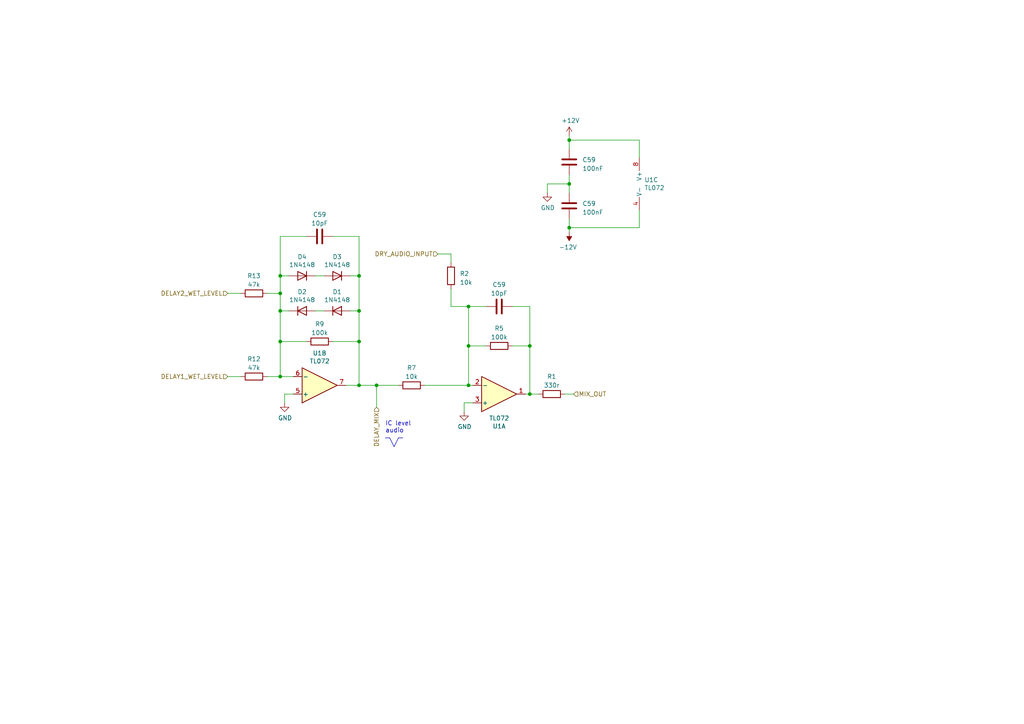
<source format=kicad_sch>
(kicad_sch (version 20230121) (generator eeschema)
  (paper "A4")
  (title_block (date "2022-03-04") (rev "v05") (comment 2 "creativecommons.org/licenses/by/4.0/") (comment 3 "License: CC BY 4.0") (comment 4 "Author: Guy John"))
  (lib_symbols
    (symbol "Amplifier_Operational:TL072" (pin_names (offset 0.127))
      (property "Reference" "U" (at 0 5.08 0))
      (property "Value" "TL072" (at 0 -5.08 0))
      (symbol "TL072_1_1"
        (polyline (pts (xy -5.08 5.08) (xy 5.08 0) (xy -5.08 -5.08) (xy -5.08 5.08)) (stroke (width 0.254)) (fill (type background)))
        (pin output line (at 7.62 0 180) (length 2.54) (name "~") (number "1"))
        (pin input line (at -7.62 -2.54 0) (length 2.54) (name "-") (number "2"))
        (pin input line (at -7.62 2.54 0) (length 2.54) (name "+") (number "3"))
      )
      (symbol "TL072_2_1"
        (polyline (pts (xy -5.08 5.08) (xy 5.08 0) (xy -5.08 -5.08) (xy -5.08 5.08)) (stroke (width 0.254)) (fill (type background)))
        (pin input line (at -7.62 2.54 0) (length 2.54) (name "+") (number "5"))
        (pin input line (at -7.62 -2.54 0) (length 2.54) (name "-") (number "6"))
        (pin output line (at 7.62 0 180) (length 2.54) (name "~") (number "7"))
      )
      (symbol "TL072_3_1"
        (pin power_in line (at -2.54 -7.62 90) (length 3.81) (name "V-") (number "4"))
        (pin power_in line (at -2.54 7.62 270) (length 3.81) (name "V+") (number "8"))
      )
    )
    (symbol "Device:D" (pin_numbers hide) (pin_names (offset 1.016) hide)
      (property "Reference" "D" (at 0 2.54 0))
      (property "Value" "D" (at 0 -2.54 0))
      (symbol "D_0_1"
        (polyline (pts (xy -1.27 1.27) (xy -1.27 -1.27)) (stroke (width 0.254)))
        (polyline (pts (xy 1.27 0) (xy -1.27 0)))
        (polyline (pts (xy 1.27 1.27) (xy 1.27 -1.27) (xy -1.27 0) (xy 1.27 1.27)) (stroke (width 0.254)))
      )
      (symbol "D_1_1"
        (pin passive line (at -3.81 0 0) (length 2.54) (name "K") (number "1"))
        (pin passive line (at 3.81 0 180) (length 2.54) (name "A") (number "2"))
      )
    )
    (symbol "Rumblesan Standard Parts:C" (pin_numbers hide) (pin_names (offset 0.254) hide)
      (property "Reference" "C?" (at -6.35 0 90))
      (property "Value" "C" (at -3.81 0 90))
      (symbol "C_0_1"
        (polyline (pts (xy -2.032 -0.762) (xy 2.032 -0.762)) (stroke (width 0.508)))
        (polyline (pts (xy -2.032 0.762) (xy 2.032 0.762)) (stroke (width 0.508)))
      )
      (symbol "C_1_1"
        (pin passive line (at 0 3.81 270) (length 2.794) (name "~") (number "1"))
        (pin passive line (at 0 -3.81 90) (length 2.794) (name "~") (number "2"))
      )
    )
    (symbol "Rumblesan Standard Parts:R" (pin_numbers hide) (pin_names (offset 0))
      (property "Reference" "R?" (at -5.08 0 90))
      (property "Value" "R" (at -2.54 0 90))
      (symbol "R_0_1"
        (rectangle (start 1.016 2.54) (end -1.016 -2.54) (stroke (width 0.254)))
      )
      (symbol "R_1_1"
        (pin passive line (at 0 -3.81 90) (length 1.27) (name "~") (number "1"))
        (pin passive line (at 0 3.81 270) (length 1.27) (name "~") (number "2"))
      )
    )
    (symbol "power:+12V" (power) (pin_names (offset 0))
      (property "Value" "+12V" (at 0 3.556 0))
      (symbol "+12V_0_1"
        (polyline (pts (xy -0.762 1.27) (xy 0 2.54)))
        (polyline (pts (xy 0 0) (xy 0 2.54)))
        (polyline (pts (xy 0 2.54) (xy 0.762 1.27)))
      )
      (symbol "+12V_1_1"
        (pin power_in line (at 0 0 90) (length 0) hide (name "+12V") (number "1"))
      )
    )
    (symbol "power:-12V" (power) (pin_names (offset 0))
      (property "Value" "-12V" (at 0 3.81 0))
      (symbol "-12V_0_0"
        (pin power_in line (at 0 0 90) (length 0) hide (name "-12V") (number "1"))
      )
      (symbol "-12V_0_1"
        (polyline (pts (xy 0 0) (xy 0 1.27) (xy 0.762 1.27) (xy 0 2.54) (xy -0.762 1.27) (xy 0 1.27)) (fill (type outline)))
      )
    )
    (symbol "power:GND" (power) (pin_names (offset 0))
      (property "Value" "GND" (at 0 -3.81 0))
      (symbol "GND_0_1"
        (polyline (pts (xy 0 0) (xy 0 -1.27) (xy 1.27 -1.27) (xy 0 -2.54) (xy -1.27 -1.27) (xy 0 -1.27)))
      )
      (symbol "GND_1_1"
        (pin power_in line (at 0 0 270) (length 0) hide (name "GND") (number "1"))
      )
    )
  )
  (junction (at 104.14 90.17))
  (junction (at 104.14 111.76))
  (junction (at 104.14 99.06))
  (junction (at 165.1 40.64))
  (junction (at 153.67 100.33))
  (junction (at 165.1 66.04))
  (junction (at 153.67 114.3))
  (junction (at 81.28 99.06))
  (junction (at 81.28 85.09))
  (junction (at 135.89 111.76))
  (junction (at 109.22 111.76))
  (junction (at 135.89 100.33))
  (junction (at 104.14 80.01))
  (junction (at 81.28 80.01))
  (junction (at 81.28 109.22))
  (junction (at 165.1 53.34))
  (junction (at 81.28 90.17))
  (junction (at 135.89 88.9))
  (wire (pts (xy 135.89 100.33) (xy 135.89 111.76)))
  (wire (pts (xy 82.55 114.3) (xy 82.55 116.84)))
  (wire (pts (xy 104.14 90.17) (xy 104.14 99.06)))
  (wire (pts (xy 81.28 99.06) (xy 81.28 109.22)))
  (wire (pts (xy 130.81 73.66) (xy 130.81 76.2)))
  (wire (pts (xy 96.52 68.58) (xy 104.14 68.58)))
  (wire (pts (xy 165.1 53.34) (xy 165.1 50.8)))
  (wire (pts (xy 109.22 111.76) (xy 109.22 118.11)))
  (wire (pts (xy 66.04 109.22) (xy 69.85 109.22)))
  (wire (pts (xy 165.1 40.64) (xy 165.1 39.37)))
  (polyline (pts (xy 116.84 127) (xy 115.57 127)))
  (wire (pts (xy 77.47 109.22) (xy 81.28 109.22)))
  (wire (pts (xy 104.14 99.06) (xy 104.14 111.76)))
  (wire (pts (xy 81.28 109.22) (xy 85.09 109.22)))
  (wire (pts (xy 85.09 114.3) (xy 82.55 114.3)))
  (polyline (pts (xy 115.57 127) (xy 114.3 129.54)))
  (wire (pts (xy 158.75 53.34) (xy 158.75 55.88)))
  (wire (pts (xy 91.44 90.17) (xy 93.98 90.17)))
  (wire (pts (xy 101.6 90.17) (xy 104.14 90.17)))
  (wire (pts (xy 130.81 73.66) (xy 127 73.66)))
  (wire (pts (xy 81.28 80.01) (xy 83.82 80.01)))
  (wire (pts (xy 81.28 80.01) (xy 81.28 85.09)))
  (wire (pts (xy 109.22 111.76) (xy 115.57 111.76)))
  (wire (pts (xy 81.28 68.58) (xy 81.28 80.01)))
  (wire (pts (xy 130.81 88.9) (xy 135.89 88.9)))
  (wire (pts (xy 185.42 66.04) (xy 185.42 60.96)))
  (wire (pts (xy 152.4 114.3) (xy 153.67 114.3)))
  (polyline (pts (xy 113.03 127) (xy 111.76 127)))
  (wire (pts (xy 153.67 114.3) (xy 153.67 100.33)))
  (wire (pts (xy 165.1 67.31) (xy 165.1 66.04)))
  (wire (pts (xy 153.67 114.3) (xy 156.21 114.3)))
  (wire (pts (xy 91.44 80.01) (xy 93.98 80.01)))
  (wire (pts (xy 165.1 40.64) (xy 185.42 40.64)))
  (wire (pts (xy 165.1 66.04) (xy 165.1 63.5)))
  (wire (pts (xy 165.1 40.64) (xy 165.1 43.18)))
  (wire (pts (xy 137.16 111.76) (xy 135.89 111.76)))
  (wire (pts (xy 83.82 90.17) (xy 81.28 90.17)))
  (wire (pts (xy 77.47 85.09) (xy 81.28 85.09)))
  (wire (pts (xy 123.19 111.76) (xy 135.89 111.76)))
  (wire (pts (xy 163.83 114.3) (xy 166.37 114.3)))
  (wire (pts (xy 137.16 116.84) (xy 134.62 116.84)))
  (wire (pts (xy 140.97 100.33) (xy 135.89 100.33)))
  (wire (pts (xy 158.75 53.34) (xy 165.1 53.34)))
  (wire (pts (xy 135.89 88.9) (xy 140.97 88.9)))
  (wire (pts (xy 88.9 68.58) (xy 81.28 68.58)))
  (wire (pts (xy 135.89 88.9) (xy 135.89 100.33)))
  (wire (pts (xy 66.04 85.09) (xy 69.85 85.09)))
  (wire (pts (xy 185.42 40.64) (xy 185.42 45.72)))
  (wire (pts (xy 165.1 66.04) (xy 185.42 66.04)))
  (wire (pts (xy 104.14 111.76) (xy 109.22 111.76)))
  (wire (pts (xy 81.28 90.17) (xy 81.28 99.06)))
  (wire (pts (xy 81.28 85.09) (xy 81.28 90.17)))
  (wire (pts (xy 148.59 88.9) (xy 153.67 88.9)))
  (wire (pts (xy 101.6 80.01) (xy 104.14 80.01)))
  (wire (pts (xy 100.33 111.76) (xy 104.14 111.76)))
  (wire (pts (xy 153.67 100.33) (xy 148.59 100.33)))
  (wire (pts (xy 130.81 83.82) (xy 130.81 88.9)))
  (polyline (pts (xy 114.3 129.54) (xy 113.03 127)))
  (wire (pts (xy 104.14 80.01) (xy 104.14 90.17)))
  (wire (pts (xy 153.67 88.9) (xy 153.67 100.33)))
  (wire (pts (xy 104.14 68.58) (xy 104.14 80.01)))
  (wire (pts (xy 88.9 99.06) (xy 81.28 99.06)))
  (wire (pts (xy 165.1 55.88) (xy 165.1 53.34)))
  (wire (pts (xy 134.62 116.84) (xy 134.62 119.38)))
  (wire (pts (xy 96.52 99.06) (xy 104.14 99.06)))
  (text "IC level\naudio" (at 111.76 125.73 0) (effects (font (size 1.27 1.27)) (justify left bottom)))
  (hierarchical_label "DELAY1_WET_LEVEL" (shape input) (at 66.04 109.22 180))
  (hierarchical_label "DELAY2_WET_LEVEL" (shape input) (at 66.04 85.09 180))
  (hierarchical_label "MIX_OUT" (shape input) (at 166.37 114.3 0))
  (hierarchical_label "DRY_AUDIO_INPUT" (shape input) (at 127 73.66 180))
  (hierarchical_label "DELAY_MIX" (shape input) (at 109.22 118.11 270))
  (symbol (lib_id "Amplifier_Operational:TL072") (at 144.78 114.3 0) (mirror x) (unit 1)
    (property "Reference" "U1" (at 144.78 123.6218 0))
    (property "Value" "TL072" (at 144.78 121.3104 0))
    (property "Footprint" "Package_DIP:DIP-8_W7.62mm_Socket" (effects hide))
    (property "Datasheet" "http://www.ti.com/lit/ds/symlink/tl071.pdf" (effects hide))
  )
  (symbol (lib_id "Device:D") (at 97.79 80.01 180) (unit 1)
    (property "Reference" "D3" (at 97.79 74.4982 0))
    (property "Value" "1N4148" (at 97.79 76.8096 0))
    (property "Footprint" "Rumblesan_Standard_Parts:D_DO-35_SOD27_P7.62mm_Horizontal" (effects hide))
    (property "Sim.Device" "D" (effects hide))
    (property "Sim.Pins" "1=K 2=A" (effects hide))
  )
  (symbol (lib_id "Device:D") (at 87.63 80.01 180) (unit 1)
    (property "Reference" "D4" (at 87.63 74.4982 0))
    (property "Value" "1N4148" (at 87.63 76.8096 0))
    (property "Footprint" "Rumblesan_Standard_Parts:D_DO-35_SOD27_P7.62mm_Horizontal" (effects hide))
    (property "Sim.Device" "D" (effects hide))
    (property "Sim.Pins" "1=K 2=A" (effects hide))
  )
  (symbol (lib_id "Device:D") (at 97.79 90.17 0) (unit 1)
    (property "Reference" "D1" (at 97.79 84.6582 0))
    (property "Value" "1N4148" (at 97.79 86.9696 0))
    (property "Footprint" "Rumblesan_Standard_Parts:D_DO-35_SOD27_P7.62mm_Horizontal" (effects hide))
    (property "Sim.Device" "D" (effects hide))
    (property "Sim.Pins" "1=K 2=A" (effects hide))
  )
  (symbol (lib_id "Device:D") (at 87.63 90.17 0) (unit 1)
    (property "Reference" "D2" (at 87.63 84.6582 0))
    (property "Value" "1N4148" (at 87.63 86.9696 0))
    (property "Footprint" "Rumblesan_Standard_Parts:D_DO-35_SOD27_P7.62mm_Horizontal" (effects hide))
    (property "Sim.Device" "D" (effects hide))
    (property "Sim.Pins" "1=K 2=A" (effects hide))
  )
  (symbol (lib_id "Amplifier_Operational:TL072") (at 92.71 111.76 0) (mirror x) (unit 2)
    (property "Reference" "U1" (at 92.71 102.4382 0))
    (property "Value" "TL072" (at 92.71 104.7496 0))
    (property "Footprint" "Package_DIP:DIP-8_W7.62mm_Socket" (effects hide))
    (property "Datasheet" "http://www.ti.com/lit/ds/symlink/tl071.pdf" (effects hide))
  )
  (symbol (lib_id "Amplifier_Operational:TL072") (at 187.96 53.34 0) (unit 3)
    (property "Reference" "U1" (at 186.8932 52.1716 0) (effects (justify left)))
    (property "Value" "TL072" (at 186.8932 54.483 0) (effects (justify left)))
    (property "Footprint" "Package_DIP:DIP-8_W7.62mm_Socket" (effects hide))
    (property "Datasheet" "http://www.ti.com/lit/ds/symlink/tl071.pdf" (effects hide))
  )
  (symbol (lib_id "Rumblesan Standard Parts:C") (at 165.1 46.99 180) (unit 1)
    (property "Reference" "C59" (at 168.91 46.355 0) (effects (justify right)))
    (property "Value" "100nF" (at 168.91 48.895 0) (effects (justify right)))
    (property "Footprint" "Rumblesan_Standard_Parts:C_Rect_L7.0mm_W3.5mm_P5.00mm" (effects hide))
    (property "Spec" "ceramic X7R" (effects hide))
    (property "Tolerance" "5%" (effects hide))
    (instances (project "dual-digi-delay" (path "" (reference "C59") (unit 1)) (path "" (reference "C10") (unit 1)) (path "" (reference "C5") (unit 1))))
  )
  (symbol (lib_id "power:-12V") (at 165.1 67.31 180) (unit 1)
    (property "Reference" "#PWR0163" (effects hide))
    (property "Value" "-12V" (at 164.719 71.7042 0))
  )
  (symbol (lib_id "Rumblesan Standard Parts:C") (at 144.78 88.9 270) (unit 1)
    (property "Reference" "C59" (at 144.78 82.55 90))
    (property "Value" "10pF" (at 144.78 85.09 90))
    (property "Footprint" "Rumblesan_Standard_Parts:C_Rect_L7.0mm_W3.5mm_P5.00mm" (effects hide))
    (property "Spec" "ceramic C0G" (effects hide))
    (property "Tolerance" "5%" (effects hide))
    (instances (project "dual-digi-delay" (path "" (reference "C59") (unit 1)) (path "" (reference "C10") (unit 1)) (path "" (reference "C2") (unit 1))))
  )
  (symbol (lib_id "power:GND") (at 158.75 55.88 0) (unit 1)
    (property "Reference" "#PWR0164" (effects hide))
    (property "Value" "GND" (at 158.877 60.2742 0))
  )
  (symbol (lib_id "Rumblesan Standard Parts:R") (at 73.66 85.09 90) (unit 1)
    (property "Reference" "R13" (at 73.66 80.01 90))
    (property "Value" "47k" (at 73.66 82.55 90))
    (property "Footprint" "Rumblesan_Standard_Parts:R_Axial_DIN0207_L6.3mm_D2.5mm_P10.16mm_Horizontal" (effects hide))
    (property "Tolerance" "1%" (effects hide))
    (property "Power" "0.5W" (effects hide))
    (property "Spec" "metal film" (effects hide))
  )
  (symbol (lib_id "Rumblesan Standard Parts:R") (at 119.38 111.76 90) (unit 1)
    (property "Reference" "R7" (at 119.38 106.68 90))
    (property "Value" "10k" (at 119.38 109.22 90))
    (property "Footprint" "Rumblesan_Standard_Parts:R_Axial_DIN0207_L6.3mm_D2.5mm_P10.16mm_Horizontal" (effects hide))
    (property "Tolerance" "1%" (effects hide))
    (property "Power" "0.5W" (effects hide))
    (property "Spec" "metal film" (effects hide))
  )
  (symbol (lib_id "Rumblesan Standard Parts:R") (at 130.81 80.01 180) (unit 1)
    (property "Reference" "R2" (at 133.35 79.375 0) (effects (justify right)))
    (property "Value" "10k" (at 133.35 81.915 0) (effects (justify right)))
    (property "Footprint" "Rumblesan_Standard_Parts:R_Axial_DIN0207_L6.3mm_D2.5mm_P10.16mm_Horizontal" (effects hide))
    (property "Tolerance" "1%" (effects hide))
    (property "Power" "0.5W" (effects hide))
    (property "Spec" "metal film" (effects hide))
  )
  (symbol (lib_id "Rumblesan Standard Parts:R") (at 73.66 109.22 90) (unit 1)
    (property "Reference" "R12" (at 73.66 104.14 90))
    (property "Value" "47k" (at 73.66 106.68 90))
    (property "Footprint" "Rumblesan_Standard_Parts:R_Axial_DIN0207_L6.3mm_D2.5mm_P10.16mm_Horizontal" (effects hide))
    (property "Tolerance" "1%" (effects hide))
    (property "Power" "0.5W" (effects hide))
    (property "Spec" "metal film" (effects hide))
  )
  (symbol (lib_id "Rumblesan Standard Parts:C") (at 92.71 68.58 270) (unit 1)
    (property "Reference" "C59" (at 92.71 62.23 90))
    (property "Value" "10pF" (at 92.71 64.77 90))
    (property "Footprint" "Rumblesan_Standard_Parts:C_Rect_L7.0mm_W3.5mm_P5.00mm" (effects hide))
    (property "Spec" "ceramic C0G" (effects hide))
    (property "Tolerance" "5%" (effects hide))
    (instances (project "dual-digi-delay" (path "" (reference "C59") (unit 1)) (path "" (reference "C10") (unit 1)) (path "" (reference "C8") (unit 1))))
  )
  (symbol (lib_id "power:GND") (at 134.62 119.38 0) (unit 1)
    (property "Reference" "#PWR0161" (effects hide))
    (property "Value" "GND" (at 134.747 123.7742 0))
  )
  (symbol (lib_id "power:+12V") (at 165.1 39.37 0) (unit 1)
    (property "Reference" "#PWR0162" (effects hide))
    (property "Value" "+12V" (at 165.481 34.9758 0))
  )
  (symbol (lib_id "Rumblesan Standard Parts:R") (at 144.78 100.33 90) (unit 1)
    (property "Reference" "R5" (at 144.78 95.25 90))
    (property "Value" "100k" (at 144.78 97.79 90))
    (property "Footprint" "Rumblesan_Standard_Parts:R_Axial_DIN0207_L6.3mm_D2.5mm_P10.16mm_Horizontal" (effects hide))
    (property "Tolerance" "1%" (effects hide))
    (property "Power" "0.5W" (effects hide))
    (property "Spec" "metal film" (effects hide))
  )
  (symbol (lib_id "Rumblesan Standard Parts:C") (at 165.1 59.69 180) (unit 1)
    (property "Reference" "C59" (at 168.91 59.055 0) (effects (justify right)))
    (property "Value" "100nF" (at 168.91 61.595 0) (effects (justify right)))
    (property "Footprint" "Rumblesan_Standard_Parts:C_Rect_L7.0mm_W3.5mm_P5.00mm" (effects hide))
    (property "Spec" "ceramic X7R" (effects hide))
    (property "Tolerance" "5%" (effects hide))
    (instances (project "dual-digi-delay" (path "" (reference "C59") (unit 1)) (path "" (reference "C10") (unit 1)) (path "" (reference "C4") (unit 1))))
  )
  (symbol (lib_id "Rumblesan Standard Parts:R") (at 160.02 114.3 90) (unit 1)
    (property "Reference" "R1" (at 160.02 109.22 90))
    (property "Value" "330r" (at 160.02 111.76 90))
    (property "Footprint" "Rumblesan_Standard_Parts:R_Axial_DIN0207_L6.3mm_D2.5mm_P10.16mm_Horizontal" (effects hide))
    (property "Tolerance" "1%" (effects hide))
    (property "Power" "0.5W" (effects hide))
    (property "Spec" "metal film" (effects hide))
  )
  (symbol (lib_id "power:GND") (at 82.55 116.84 0) (unit 1)
    (property "Reference" "#PWR0165" (effects hide))
    (property "Value" "GND" (at 82.677 121.2342 0))
  )
  (symbol (lib_id "Rumblesan Standard Parts:R") (at 92.71 99.06 90) (unit 1)
    (property "Reference" "R9" (at 92.71 93.98 90))
    (property "Value" "100k" (at 92.71 96.52 90))
    (property "Footprint" "Rumblesan_Standard_Parts:R_Axial_DIN0207_L6.3mm_D2.5mm_P10.16mm_Horizontal" (effects hide))
    (property "Tolerance" "1%" (effects hide))
    (property "Power" "0.5W" (effects hide))
    (property "Spec" "metal film" (effects hide))
  )
)
</source>
